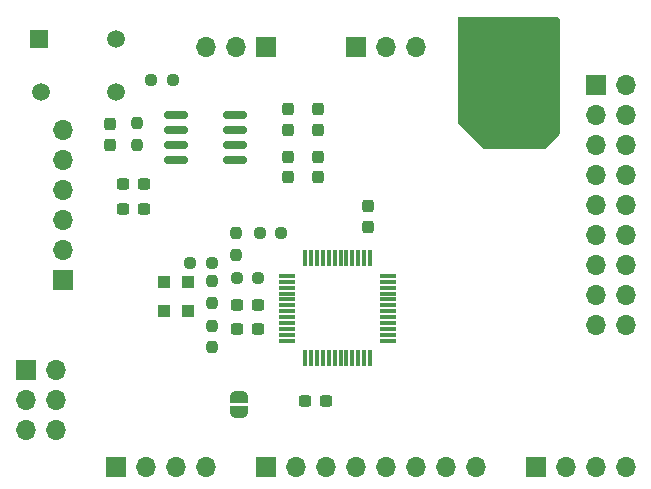
<source format=gts>
G04 #@! TF.GenerationSoftware,KiCad,Pcbnew,6.0.1+dfsg-1*
G04 #@! TF.CreationDate,2022-05-09T21:59:50-04:00*
G04 #@! TF.ProjectId,wacom,7761636f-6d2e-46b6-9963-61645f706362,rev?*
G04 #@! TF.SameCoordinates,Original*
G04 #@! TF.FileFunction,Soldermask,Top*
G04 #@! TF.FilePolarity,Negative*
%FSLAX46Y46*%
G04 Gerber Fmt 4.6, Leading zero omitted, Abs format (unit mm)*
G04 Created by KiCad (PCBNEW 6.0.1+dfsg-1) date 2022-05-09 21:59:50*
%MOMM*%
%LPD*%
G01*
G04 APERTURE LIST*
G04 Aperture macros list*
%AMRoundRect*
0 Rectangle with rounded corners*
0 $1 Rounding radius*
0 $2 $3 $4 $5 $6 $7 $8 $9 X,Y pos of 4 corners*
0 Add a 4 corners polygon primitive as box body*
4,1,4,$2,$3,$4,$5,$6,$7,$8,$9,$2,$3,0*
0 Add four circle primitives for the rounded corners*
1,1,$1+$1,$2,$3*
1,1,$1+$1,$4,$5*
1,1,$1+$1,$6,$7*
1,1,$1+$1,$8,$9*
0 Add four rect primitives between the rounded corners*
20,1,$1+$1,$2,$3,$4,$5,0*
20,1,$1+$1,$4,$5,$6,$7,0*
20,1,$1+$1,$6,$7,$8,$9,0*
20,1,$1+$1,$8,$9,$2,$3,0*%
%AMFreePoly0*
4,1,22,0.500000,-0.750000,0.000000,-0.750000,0.000000,-0.745033,-0.079941,-0.743568,-0.215256,-0.701293,-0.333266,-0.622738,-0.424486,-0.514219,-0.481581,-0.384460,-0.499164,-0.250000,-0.500000,-0.250000,-0.500000,0.250000,-0.499164,0.250000,-0.499963,0.256109,-0.478152,0.396186,-0.417904,0.524511,-0.324060,0.630769,-0.204165,0.706417,-0.067858,0.745374,0.000000,0.744959,0.000000,0.750000,
0.500000,0.750000,0.500000,-0.750000,0.500000,-0.750000,$1*%
%AMFreePoly1*
4,1,20,0.000000,0.744959,0.073905,0.744508,0.209726,0.703889,0.328688,0.626782,0.421226,0.519385,0.479903,0.390333,0.500000,0.250000,0.500000,-0.250000,0.499851,-0.262216,0.476331,-0.402017,0.414519,-0.529596,0.319384,-0.634700,0.198574,-0.708877,0.061801,-0.746166,0.000000,-0.745033,0.000000,-0.750000,-0.500000,-0.750000,-0.500000,0.750000,0.000000,0.750000,0.000000,0.744959,
0.000000,0.744959,$1*%
G04 Aperture macros list end*
%ADD10RoundRect,0.237500X-0.237500X0.300000X-0.237500X-0.300000X0.237500X-0.300000X0.237500X0.300000X0*%
%ADD11RoundRect,0.237500X0.250000X0.237500X-0.250000X0.237500X-0.250000X-0.237500X0.250000X-0.237500X0*%
%ADD12RoundRect,0.237500X-0.300000X-0.237500X0.300000X-0.237500X0.300000X0.237500X-0.300000X0.237500X0*%
%ADD13R,1.700000X1.700000*%
%ADD14O,1.700000X1.700000*%
%ADD15RoundRect,0.237500X-0.250000X-0.237500X0.250000X-0.237500X0.250000X0.237500X-0.250000X0.237500X0*%
%ADD16R,1.000000X1.000000*%
%ADD17RoundRect,0.237500X0.237500X-0.300000X0.237500X0.300000X-0.237500X0.300000X-0.237500X-0.300000X0*%
%ADD18RoundRect,0.237500X0.237500X-0.250000X0.237500X0.250000X-0.237500X0.250000X-0.237500X-0.250000X0*%
%ADD19R,1.475000X0.300000*%
%ADD20R,0.300000X1.475000*%
%ADD21RoundRect,0.150000X-0.825000X-0.150000X0.825000X-0.150000X0.825000X0.150000X-0.825000X0.150000X0*%
%ADD22FreePoly0,90.000000*%
%ADD23FreePoly1,90.000000*%
%ADD24R,1.498600X1.498600*%
%ADD25C,1.498600*%
%ADD26RoundRect,0.237500X-0.237500X0.287500X-0.237500X-0.287500X0.237500X-0.287500X0.237500X0.287500X0*%
%ADD27RoundRect,0.237500X-0.237500X0.250000X-0.237500X-0.250000X0.237500X-0.250000X0.237500X0.250000X0*%
%ADD28RoundRect,0.237500X0.300000X0.237500X-0.300000X0.237500X-0.300000X-0.237500X0.300000X-0.237500X0*%
G04 APERTURE END LIST*
D10*
X116205000Y-63680000D03*
X116205000Y-65405000D03*
D11*
X107188000Y-76708000D03*
X105363000Y-76708000D03*
D12*
X109373500Y-80264000D03*
X111098500Y-80264000D03*
D10*
X113665000Y-63680000D03*
X113665000Y-65405000D03*
D13*
X99060000Y-93980000D03*
D14*
X101600000Y-93980000D03*
X104140000Y-93980000D03*
X106680000Y-93980000D03*
D13*
X119380000Y-58420000D03*
D14*
X121920000Y-58420000D03*
X124460000Y-58420000D03*
D15*
X111252000Y-74168000D03*
X113077000Y-74168000D03*
D13*
X94615000Y-78105000D03*
D14*
X94615000Y-75565000D03*
X94615000Y-73025000D03*
X94615000Y-70485000D03*
X94615000Y-67945000D03*
X94615000Y-65405000D03*
D12*
X99721500Y-69977000D03*
X101446500Y-69977000D03*
X99721500Y-72136000D03*
X101446500Y-72136000D03*
D16*
X105156000Y-80752000D03*
X105156000Y-78252000D03*
D17*
X120396000Y-73607000D03*
X120396000Y-71882000D03*
D15*
X109323500Y-77978000D03*
X111148500Y-77978000D03*
D13*
X111760000Y-58420000D03*
D14*
X109220000Y-58420000D03*
X106680000Y-58420000D03*
D11*
X103886000Y-61214000D03*
X102061000Y-61214000D03*
D18*
X107188000Y-83820000D03*
X107188000Y-81995000D03*
D19*
X122094000Y-83268000D03*
X122094000Y-82768000D03*
X122094000Y-82268000D03*
X122094000Y-81768000D03*
X122094000Y-81268000D03*
X122094000Y-80768000D03*
X122094000Y-80268000D03*
X122094000Y-79768000D03*
X122094000Y-79268000D03*
X122094000Y-78768000D03*
X122094000Y-78268000D03*
X122094000Y-77768000D03*
D20*
X120606000Y-76280000D03*
X120106000Y-76280000D03*
X119606000Y-76280000D03*
X119106000Y-76280000D03*
X118606000Y-76280000D03*
X118106000Y-76280000D03*
X117606000Y-76280000D03*
X117106000Y-76280000D03*
X116606000Y-76280000D03*
X116106000Y-76280000D03*
X115606000Y-76280000D03*
X115106000Y-76280000D03*
D19*
X113618000Y-77768000D03*
X113618000Y-78268000D03*
X113618000Y-78768000D03*
X113618000Y-79268000D03*
X113618000Y-79768000D03*
X113618000Y-80268000D03*
X113618000Y-80768000D03*
X113618000Y-81268000D03*
X113618000Y-81768000D03*
X113618000Y-82268000D03*
X113618000Y-82768000D03*
X113618000Y-83268000D03*
D20*
X115106000Y-84756000D03*
X115606000Y-84756000D03*
X116106000Y-84756000D03*
X116606000Y-84756000D03*
X117106000Y-84756000D03*
X117606000Y-84756000D03*
X118106000Y-84756000D03*
X118606000Y-84756000D03*
X119106000Y-84756000D03*
X119606000Y-84756000D03*
X120106000Y-84756000D03*
X120606000Y-84756000D03*
D13*
X111760000Y-93980000D03*
D14*
X114300000Y-93980000D03*
X116840000Y-93980000D03*
X119380000Y-93980000D03*
X121920000Y-93980000D03*
X124460000Y-93980000D03*
X127000000Y-93980000D03*
X129540000Y-93980000D03*
D21*
X104205000Y-64135000D03*
X104205000Y-65405000D03*
X104205000Y-66675000D03*
X104205000Y-67945000D03*
X109155000Y-67945000D03*
X109155000Y-66675000D03*
X109155000Y-65405000D03*
X109155000Y-64135000D03*
D10*
X113665000Y-67717500D03*
X113665000Y-69442500D03*
D13*
X91440000Y-85725000D03*
D14*
X93980000Y-85725000D03*
X91440000Y-88265000D03*
X93980000Y-88265000D03*
X91440000Y-90805000D03*
X93980000Y-90805000D03*
D10*
X116205000Y-67717500D03*
X116205000Y-69442500D03*
D22*
X109474000Y-89296000D03*
D23*
X109474000Y-87996000D03*
D24*
X92559999Y-57729999D03*
D25*
X92710000Y-62230000D03*
X99060001Y-57729999D03*
X99060001Y-62230000D03*
D18*
X100838000Y-66675000D03*
X100838000Y-64850000D03*
D26*
X98552000Y-64925000D03*
X98552000Y-66675000D03*
D13*
X134630000Y-93980000D03*
D14*
X137170000Y-93980000D03*
X139710000Y-93980000D03*
X142250000Y-93980000D03*
D27*
X109220000Y-74168000D03*
X109220000Y-75993000D03*
D28*
X111098500Y-82296000D03*
X109373500Y-82296000D03*
D13*
X139700000Y-61595000D03*
D14*
X142240000Y-61595000D03*
X139700000Y-64135000D03*
X142240000Y-64135000D03*
X139700000Y-66675000D03*
X142240000Y-66675000D03*
X139700000Y-69215000D03*
X142240000Y-69215000D03*
X139700000Y-71755000D03*
X142240000Y-71755000D03*
X139700000Y-74295000D03*
X142240000Y-74295000D03*
X139700000Y-76835000D03*
X142240000Y-76835000D03*
X139700000Y-79375000D03*
X142240000Y-79375000D03*
X139700000Y-81915000D03*
X142240000Y-81915000D03*
D27*
X107188000Y-78232000D03*
X107188000Y-80057000D03*
D12*
X115115000Y-88392000D03*
X116840000Y-88392000D03*
D16*
X103124000Y-78272000D03*
X103124000Y-80772000D03*
G36*
X136594121Y-55900002D02*
G01*
X136640614Y-55953658D01*
X136652000Y-56006000D01*
X136652000Y-65733810D01*
X136631998Y-65801931D01*
X136615095Y-65822905D01*
X135418905Y-67019095D01*
X135356593Y-67053121D01*
X135329810Y-67056000D01*
X130354190Y-67056000D01*
X130286069Y-67035998D01*
X130265095Y-67019095D01*
X128052905Y-64806905D01*
X128018879Y-64744593D01*
X128016000Y-64717810D01*
X128016000Y-56006000D01*
X128036002Y-55937879D01*
X128089658Y-55891386D01*
X128142000Y-55880000D01*
X136526000Y-55880000D01*
X136594121Y-55900002D01*
G37*
M02*

</source>
